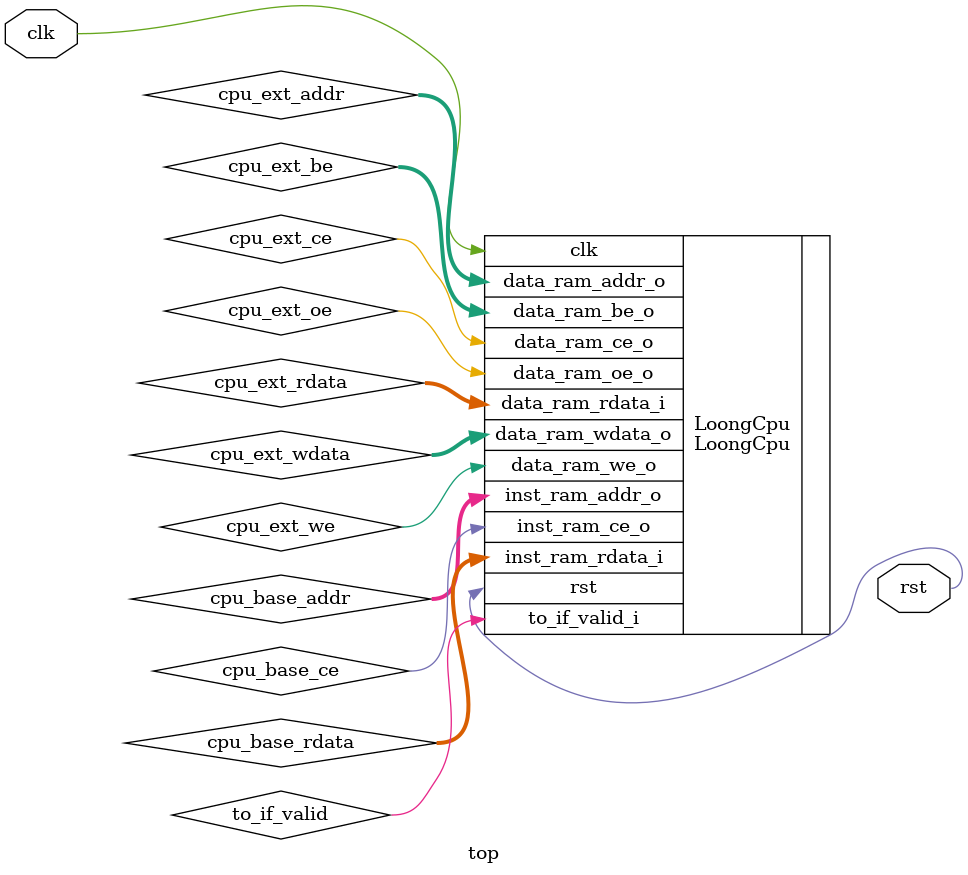
<source format=sv>
module top (
  input  logic clk,
  output logic rst
);

  wire [31:0] cpu_base_rdata;
  wire [31:0] cpu_base_addr;
  wire        cpu_base_ce;

  wire [31:0] cpu_ext_rdata;
  wire [31:0] cpu_ext_wdata;
  wire [31:0] cpu_ext_addr;
  wire [ 3:0] cpu_ext_be;
  wire        cpu_ext_ce;
  wire        cpu_ext_oe;
  wire        cpu_ext_we;
  wire        to_if_valid;

/*   RamUartCtrl RamUartCtrl0 (
    .clk              (clk           ),
    .rst              (reset_of_clk  ),
    .cpu_base_rdata_o (cpu_base_rdata),
    .cpu_base_addr_i  (cpu_base_addr ),
    .cpu_base_ce_i    (cpu_base_ce   ),
    .cpu_ext_rdata_o  (cpu_ext_rdata ),
    .cpu_ext_wdata_i  (cpu_ext_wdata ),
    .cpu_ext_addr_i   (cpu_ext_addr  ),
    .cpu_ext_be_i     (cpu_ext_be    ),
    .cpu_ext_ce_i     (cpu_ext_ce    ),
    .cpu_ext_oe_i     (cpu_ext_oe    ),
    .cpu_ext_we_i     (cpu_ext_we    ),
    .to_if_valid_o    (to_if_valid   )
  ); */

  LoongCpu LoongCpu (
    .clk              (clk           ),
    .rst              (rst           ),
    .inst_ram_rdata_i (cpu_base_rdata),
    .inst_ram_addr_o  (cpu_base_addr ),
    .inst_ram_ce_o    (cpu_base_ce   ),
    .data_ram_rdata_i (cpu_ext_rdata ),
    .data_ram_wdata_o (cpu_ext_wdata ),
    .data_ram_addr_o  (cpu_ext_addr  ),
    .data_ram_be_o    (cpu_ext_be    ),
    .data_ram_ce_o    (cpu_ext_ce    ),
    .data_ram_oe_o    (cpu_ext_oe    ),
    .data_ram_we_o    (cpu_ext_we    ),
    .to_if_valid_i    (to_if_valid   )
  );

endmodule
</source>
